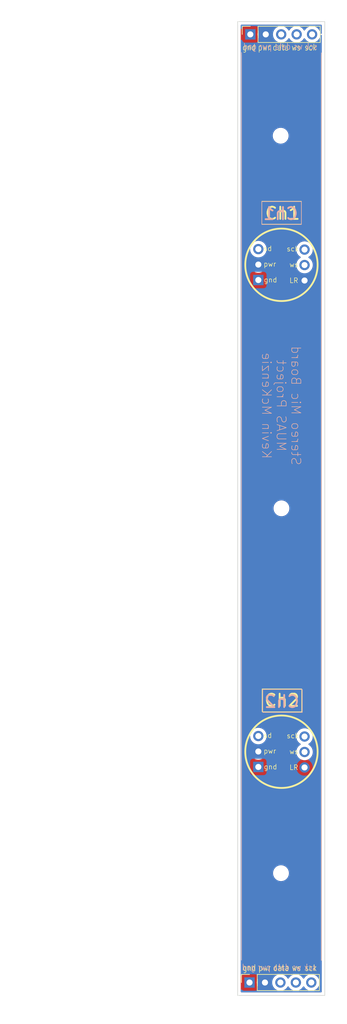
<source format=kicad_pcb>
(kicad_pcb (version 20240108) (generator "pcbnew") (generator_version "8.0")
  (layers (0 "F.Cu" power) (1 "In1.Cu" signal "In.1") (2 "In2.Cu" signal "In.2") (31 "B.Cu" power) (34 "B.Paste" user) (35 "F.Paste" user) (36 "B.SilkS" user "B.Silkscreen") (37 "F.SilkS" user "F.Silkscreen") (38 "B.Mask" user) (39 "F.Mask" user) (44 "Edge.Cuts" user))
  (net 0 "")
  (net 1 "gnd")
  (net 2 "pwr")
  (net 3 "ws")
  (net 4 "sck")
  (net 5 "data")
  (footprint "Connector_PinSocket_2.54mm:PinSocket_1x05_P2.54mm_Vertical" (layer "F.Cu") (at 82.28 18.5 90)
    (property "Reference" "REF**" (hide yes))
    (property "Value" "PinSocket_1x05_P2.54mm_Vertical" (hide yes))
    (fp_line (start 1.33 -1.33) (end 1.33 0) (stroke (width 0.12)) (layer "F.SilkS"))
    (fp_line (start 0 -1.33) (end 1.33 -1.33) (stroke (width 0.12)) (layer "F.SilkS"))
    (fp_line (start 1.33 1.27) (end 1.33 11.49) (stroke (width 0.12)) (layer "F.SilkS"))
    (fp_line (start -1.33 1.27) (end 1.33 1.27) (stroke (width 0.12)) (layer "F.SilkS"))
    (fp_line (start -1.33 1.27) (end -1.33 11.49) (stroke (width 0.12)) (layer "F.SilkS"))
    (fp_line (start -1.33 11.49) (end 1.33 11.49) (stroke (width 0.12)) (layer "F.SilkS"))
    (pad "1" thru_hole rect (at 0 0 90) (size 1.7 1.7) (drill 1) (layers "*.Cu" "*.Mask") (net 1 "gnd"))
    (pad "2" thru_hole oval (at 0 2.54 90) (size 1.7 1.7) (drill 1) (layers "*.Cu" "*.Mask") (net 2 "pwr"))
    (pad "3" thru_hole oval (at 0 5.08 90) (size 1.7 1.7) (drill 1) (layers "*.Cu" "*.Mask") (net 5 "data"))
    (pad "4" thru_hole oval (at 0 7.62 90) (size 1.7 1.7) (drill 1) (layers "*.Cu" "*.Mask") (net 3 "ws"))
    (pad "5" thru_hole oval (at 0 10.16 90) (size 1.7 1.7) (drill 1) (layers "*.Cu" "*.Mask") (net 4 "sck"))
  )
  (footprint "MountingHole:MountingHole_2.1mm" (layer "F.Cu") (at 87.4 96.3676)
    (property "Reference" "REF**" (hide yes))
    (property "Value" "MountingHole_2.1mm" (hide yes))
    (pad "" np_thru_hole circle (at 0 0) (size 2.1 2.1) (drill 2.1) (layers "*.Cu" "*.Mask"))
  )
  (footprint "Audio_Module:INMP441_footprint" (layer "F.Cu") (at 83.6 53.81)
    (property "Reference" "REF**" (hide yes))
    (property "Value" "INMP441")
    (fp_circle (center 3.8 2.55) (end 9.75 2.5) (stroke (width 0.3)) (fill none) (layer "F.SilkS"))
    (fp_text user "ws" (at 5.05 3 0) (layer "F.SilkS") (effects (font (size 0.8 0.8) (thickness 0.1)) (justify left bottom)))
    (fp_text user "sck" (at 4.6 0.4 0) (layer "F.SilkS") (effects (font (size 0.8 0.8) (thickness 0.1)) (justify left bottom)))
    (fp_text user "sd" (at 0.8 0.35 0) (layer "F.SilkS") (effects (font (size 0.8 0.8) (thickness 0.1)) (justify left bottom)))
    (fp_text user "LR" (at 5.05 5.6 0) (layer "F.SilkS") (effects (font (size 0.8 0.8) (thickness 0.1)) (justify left bottom)))
    (fp_text user "gnd" (at 0.85 5.5 0) (layer "F.SilkS") (effects (font (size 0.8 0.8) (thickness 0.1)) (justify left bottom)))
    (fp_text user "pwr" (at 0.8 2.9 0) (layer "F.SilkS") (effects (font (size 0.8 0.8) (thickness 0.1)) (justify left bottom)))
    (pad "1" thru_hole rect (at 0 5.05 180) (size 1.7 1.7) (drill 1) (layers "*.Cu" "*.Mask") (net 1 "gnd"))
    (pad "1" thru_hole circle (at 7.6 5.13 180) (size 1.7 1.7) (drill 1) (layers "*.Cu" "*.Mask") (net 2 "pwr"))
    (pad "2" thru_hole circle (at 0 2.51 180) (size 1.7 1.7) (drill 1) (layers "*.Cu" "*.Mask") (net 2 "pwr"))
    (pad "2" thru_hole circle (at 7.6 2.59 180) (size 1.7 1.7) (drill 1) (layers "*.Cu" "*.Mask") (net 3 "ws"))
    (pad "3" thru_hole circle (at 0 -0.03 180) (size 1.7 1.7) (drill 1) (layers "*.Cu" "*.Mask") (net 5 "data"))
    (pad "3" thru_hole circle (at 7.6 0.05 180) (size 1.7 1.7) (drill 1) (layers "*.Cu" "*.Mask") (net 4 "sck"))
  )
  (footprint "Connector_PinSocket_2.54mm:PinSocket_1x05_P2.54mm_Vertical" (layer "F.Cu") (at 82.15 174.275 90)
    (property "Reference" "REF**" (hide yes))
    (property "Value" "PinSocket_1x05_P2.54mm_Vertical" (hide yes))
    (fp_line (start 1.33 -1.33) (end 1.33 0) (stroke (width 0.12)) (layer "F.SilkS"))
    (fp_line (start 0 -1.33) (end 1.33 -1.33) (stroke (width 0.12)) (layer "F.SilkS"))
    (fp_line (start 1.33 1.27) (end 1.33 11.49) (stroke (width 0.12)) (layer "F.SilkS"))
    (fp_line (start -1.33 1.27) (end 1.33 1.27) (stroke (width 0.12)) (layer "F.SilkS"))
    (fp_line (start -1.33 1.27) (end -1.33 11.49) (stroke (width 0.12)) (layer "F.SilkS"))
    (fp_line (start -1.33 11.49) (end 1.33 11.49) (stroke (width 0.12)) (layer "F.SilkS"))
    (pad "1" thru_hole rect (at 0 0 90) (size 1.7 1.7) (drill 1) (layers "*.Cu" "*.Mask") (net 1 "gnd"))
    (pad "2" thru_hole oval (at 0 2.54 90) (size 1.7 1.7) (drill 1) (layers "*.Cu" "*.Mask") (net 2 "pwr"))
    (pad "3" thru_hole oval (at 0 5.08 90) (size 1.7 1.7) (drill 1) (layers "*.Cu" "*.Mask") (net 5 "data"))
    (pad "4" thru_hole oval (at 0 7.62 90) (size 1.7 1.7) (drill 1) (layers "*.Cu" "*.Mask") (net 3 "ws"))
    (pad "5" thru_hole oval (at 0 10.16 90) (size 1.7 1.7) (drill 1) (layers "*.Cu" "*.Mask") (net 4 "sck"))
  )
  (footprint "MountingHole:MountingHole_2.1mm" (layer "F.Cu") (at 87.2744 35.1536)
    (property "Reference" "REF**" (hide yes))
    (property "Value" "MountingHole_2.1mm" (hide yes))
    (pad "" np_thru_hole circle (at 0 0) (size 2.1 2.1) (drill 2.1) (layers "*.Mask" "F.Cu" "In1.Cu" "In2.Cu" "B.Cu"))
  )
  (footprint "MountingHole:MountingHole_2.1mm" (layer "F.Cu") (at 87.3252 156.3116)
    (property "Reference" "REF**" (hide yes))
    (property "Value" "MountingHole_2.1mm" (hide yes))
    (pad "" np_thru_hole circle (at 0 0) (size 2.1 2.1) (drill 2.1) (layers "*.Mask" "F.Cu" "In1.Cu" "In2.Cu" "B.Cu"))
  )
  (footprint "Audio_Module:INMP441_footprint" (layer "F.Cu") (at 83.6 133.81)
    (property "Reference" "REF**" (hide yes))
    (property "Value" "INMP441")
    (fp_circle (center 3.8 2.55) (end 9.75 2.5) (stroke (width 0.3)) (fill none) (layer "F.SilkS"))
    (fp_text user "pwr" (at 0.8 2.9 0) (layer "F.SilkS") (effects (font (size 0.8 0.8) (thickness 0.1)) (justify left bottom)))
    (fp_text user "gnd" (at 0.85 5.5 0) (layer "F.SilkS") (effects (font (size 0.8 0.8) (thickness 0.1)) (justify left bottom)))
    (fp_text user "ws" (at 5.05 3 0) (layer "F.SilkS") (effects (font (size 0.8 0.8) (thickness 0.1)) (justify left bottom)))
    (fp_text user "LR" (at 5.05 5.6 0) (layer "F.SilkS") (effects (font (size 0.8 0.8) (thickness 0.1)) (justify left bottom)))
    (fp_text user "sd" (at 0.8 0.35 0) (layer "F.SilkS") (effects (font (size 0.8 0.8) (thickness 0.1)) (justify left bottom)))
    (fp_text user "sck" (at 4.6 0.4 0) (layer "F.SilkS") (effects (font (size 0.8 0.8) (thickness 0.1)) (justify left bottom)))
    (pad "1" thru_hole rect (at 0 5.05 180) (size 1.7 1.7) (drill 1) (layers "*.Cu" "*.Mask") (net 1 "gnd"))
    (pad "1" thru_hole circle (at 7.6 5.13 180) (size 1.7 1.7) (drill 1) (layers "*.Cu" "*.Mask") (net 1 "gnd"))
    (pad "2" thru_hole circle (at 0 2.51 180) (size 1.7 1.7) (drill 1) (layers "*.Cu" "*.Mask") (net 2 "pwr"))
    (pad "2" thru_hole circle (at 7.6 2.59 180) (size 1.7 1.7) (drill 1) (layers "*.Cu" "*.Mask") (net 3 "ws"))
    (pad "3" thru_hole circle (at 0 -0.03 180) (size 1.7 1.7) (drill 1) (layers "*.Cu" "*.Mask") (net 5 "data"))
    (pad "3" thru_hole circle (at 7.6 0.05 180) (size 1.7 1.7) (drill 1) (layers "*.Cu" "*.Mask") (net 4 "sck"))
  )
  (gr_line (start 80.8228 21.4884) (end 80.8228 170.5864) (stroke (width 0.1)) (layer "B.SilkS"))
  (gr_rect (start 84.1756 45.972567) (end 90.679433 49.7332) (stroke (width 0.1)) (fill none) (layer "B.SilkS"))
  (gr_rect (start 84.328 126.134967) (end 90.831833 129.8956) (stroke (width 0.1)) (fill none) (layer "B.SilkS"))
  (gr_line (start 93.98 21.5392) (end 93.98 170.6372) (stroke (width 0.1)) (layer "B.SilkS"))
  (gr_rect (start 84.225683 126.0348) (end 90.729516 129.795433) (stroke (width 0.1)) (fill none) (layer "F.SilkS"))
  (gr_line (start 80.8228 21.8948) (end 80.8228 170.5864) (stroke (width 0.1)) (layer "F.SilkS"))
  (gr_line (start 93.98 21.8948) (end 93.98 170.6372) (stroke (width 0.1)) (layer "F.SilkS"))
  (gr_rect (start 84.174167 45.9232) (end 90.678 49.683833) (stroke (width 0.1)) (fill none) (layer "F.SilkS"))
  (gr_rect (start 80.2 16.4) (end 94.527528 176.4) (stroke (width 0.1)) (fill none) (layer "Edge.Cuts"))
  (gr_text "pwr" (at 85.888511 21.082 0) (layer "B.SilkS") (effects (font (size 1 0.8) (thickness 0.1)) (justify left bottom mirror)))
  (gr_text "data" (at 88.985652 21.082 0) (layer "B.SilkS") (effects (font (size 1 0.8) (thickness 0.1)) (justify left bottom mirror)))
  (gr_text "sck" (at 93.1672 172.3644 0) (layer "B.SilkS") (effects (font (size 1 0.8) (thickness 0.1)) (justify left bottom mirror)))
  (gr_text "gnd" (at 83.140543 172.3644 0) (layer "B.SilkS") (effects (font (size 1 0.8) (thickness 0.1)) (justify left bottom mirror)))
  (gr_text "Ch2" (at 90.5256 129.286 0) (layer "B.SilkS") (effects (font (size 2 2) (thickness 0.3)) (justify left bottom mirror)))
  (gr_text "ws" (at 90.717677 172.3644 0) (layer "B.SilkS") (effects (font (size 1 0.8) (thickness 0.1)) (justify left bottom mirror)))
  (gr_text "Ch1" (at 90.3224 49.1236 0) (layer "B.SilkS") (effects (font (size 2 2) (thickness 0.3)) (justify left bottom mirror)))
  (gr_text "pwr" (at 85.666254 172.3644 0) (layer "B.SilkS") (effects (font (size 1 0.8) (thickness 0.1)) (justify left bottom mirror)))
  (gr_text "gnd" (at 83.3628 21.082 0) (layer "B.SilkS") (effects (font (size 1 0.8) (thickness 0.1)) (justify left bottom mirror)))
  (gr_text "data" (at 88.763395 172.3644 0) (layer "B.SilkS") (effects (font (size 1 0.8) (thickness 0.1)) (justify left bottom mirror)))
  (gr_text "ws" (at 90.939934 21.082 0) (layer "B.SilkS") (effects (font (size 1 0.8) (thickness 0.1)) (justify left bottom mirror)))
  (gr_text "Stereo Mic Board\nMUAS Project\nKevin McKenzie" (at 84.074 79.502 270) (layer "B.SilkS") (effects (font (size 1.5 1.5) (thickness 0.1)) (justify bottom mirror)))
  (gr_text "sck" (at 93.389457 21.082 0) (layer "B.SilkS") (effects (font (size 1 0.8) (thickness 0.1)) (justify left bottom mirror)))
  (gr_text "Ch2" (at 84.4296 129.0828 0) (layer "F.SilkS") (effects (font (size 2 2) (thickness 0.3)) (justify left bottom)))
  (gr_text "pwr" (at 83.5279 172.466 0) (layer "F.SilkS") (effects (font (size 1 0.8) (thickness 0.1)) (justify left bottom)))
  (gr_text "gnd" (at 80.9752 172.466 0) (layer "F.SilkS") (effects (font (size 1 0.8) (thickness 0.1)) (justify left bottom)))
  (gr_text "data" (at 85.9028 21.2344 0) (layer "F.SilkS") (effects (font (size 1 0.8) (thickness 0.1)) (justify left bottom)))
  (gr_text "data" (at 85.9536 172.466 0) (layer "F.SilkS") (effects (font (size 1 0.8) (thickness 0.1)) (justify left bottom)))
  (gr_text "ws" (at 89.0524 172.466 0) (layer "F.SilkS") (effects (font (size 1 0.8) (thickness 0.1)) (justify left bottom)))
  (gr_text "gnd" (at 80.9244 21.2344 0) (layer "F.SilkS") (effects (font (size 1 0.8) (thickness 0.1)) (justify left bottom)))
  (gr_text "sck" (at 91.186 172.466 0) (layer "F.SilkS") (effects (font (size 1 0.8) (thickness 0.1)) (justify left bottom)))
  (gr_text "ws" (at 89.0016 21.2344 0) (layer "F.SilkS") (effects (font (size 1 0.8) (thickness 0.1)) (justify left bottom)))
  (gr_text "pwr" (at 83.4771 21.2344 0) (layer "F.SilkS") (effects (font (size 1 0.8) (thickness 0.1)) (justify left bottom)))
  (gr_text "Ch1" (at 84.5312 49.0728 0) (layer "F.SilkS") (effects (font (size 2 2) (thickness 0.3)) (justify left bottom)))
  (gr_text "sck" (at 91.1352 21.2344 0) (layer "F.SilkS") (effects (font (size 1 0.8) (thickness 0.1)) (justify left bottom)))
  (zone (net 1) (net_name "gnd") (layer "F.Cu") (connect_pads yes (clearance 0.5)) (min_thickness 0.25) (fill yes (thermal_gap 0.5) (thermal_bridge_width 0.5) (island_removal_mode 1) (island_area_min 10))
    (polygon (pts (xy 78.3844 14.2748) (xy 78.3844 178.7144) (xy 96.1136 178.7144) (xy 96.1644 178.6636) (xy 96.1644 16.51) (xy 94.269897 14.259897)))
  )
  (zone (net 2) (net_name "pwr") (layer "B.Cu") (priority 1) (connect_pads yes (clearance 0.5)) (min_thickness 0.25) (fill yes (thermal_gap 0.5) (thermal_bridge_width 0.5) (island_removal_mode 1) (island_area_min 10))
    (polygon (pts (xy 74.9808 181.102) (xy 97.5868 181.102) (xy 98.1964 180.4924) (xy 98.1964 15.24) (xy 97.282 13.0556) (xy 74.7776 13.0556) (xy 74.9808 12.8524)))
  )
)
</source>
